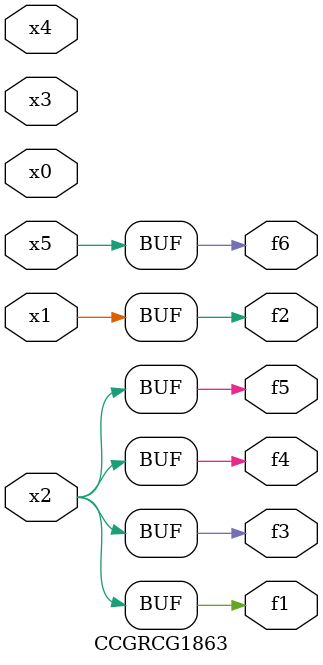
<source format=v>
module CCGRCG1863(
	input x0, x1, x2, x3, x4, x5,
	output f1, f2, f3, f4, f5, f6
);
	assign f1 = x2;
	assign f2 = x1;
	assign f3 = x2;
	assign f4 = x2;
	assign f5 = x2;
	assign f6 = x5;
endmodule

</source>
